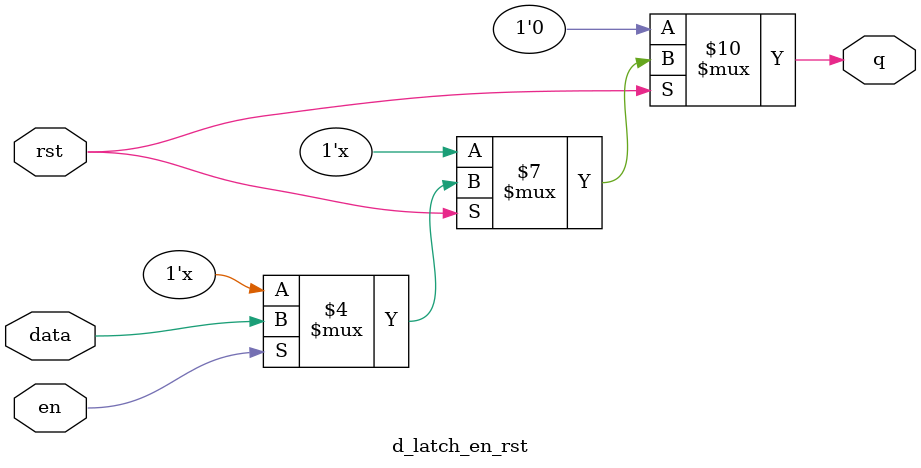
<source format=v>
module d_latch_en_rst (
    input data, en, rst,
    output reg q
);
always @(data or en or rst)
    if(~rst) q = 1'b0;
    else if(en) q = data;
endmodule
</source>
